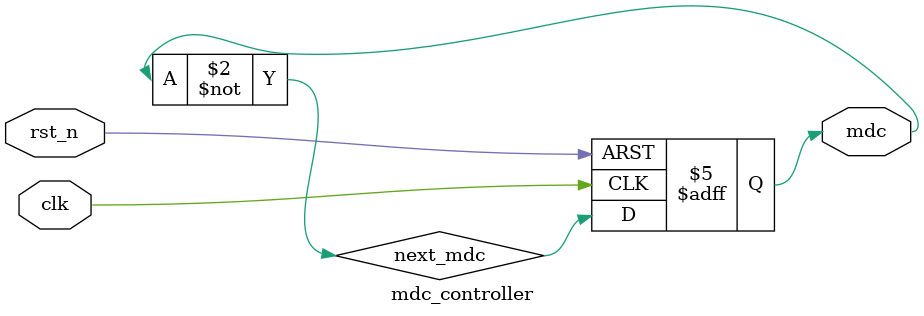
<source format=sv>
module ethernet_phy_codec (
    input wire clk, rst_n,
    input wire tx_clk, rx_clk,
    input wire [7:0] tx_data,
    input wire tx_valid, tx_control,
    output wire [7:0] rx_data,
    output wire rx_valid, rx_control, rx_error,
    inout wire mdio,
    output wire mdc,
    inout wire [3:0] td, rd // Differential pairs for TX/RX
);
    // PCS Sublayer state
    localparam IDLE = 3'd0, PREAMBLE = 3'd1, DATA = 3'd2, EOP = 3'd3;
    
    // 内部信号定义
    wire [9:0] encoded_symbol;
    wire [7:0] rx_data_comb;
    wire rx_valid_comb, rx_control_comb, rx_error_comb;
    
    // 内部状态信号
    wire [2:0] tx_state, rx_state;
    
    // 例化TX组合逻辑模块
    tx_encoder tx_encoder_inst (
        .tx_state(tx_state),
        .tx_data(tx_data),
        .tx_valid(tx_valid),
        .encoded_symbol(encoded_symbol)
    );
    
    // 例化TX时序逻辑模块
    tx_state_machine tx_state_machine_inst (
        .tx_clk(tx_clk),
        .rst_n(rst_n),
        .tx_valid(tx_valid),
        .tx_state(tx_state)
    );
    
    // 例化RX时序逻辑模块
    rx_state_machine rx_state_machine_inst (
        .rx_clk(rx_clk),
        .rst_n(rst_n),
        .rx_data_comb(rx_data_comb),
        .rx_valid_comb(rx_valid_comb),
        .rx_control_comb(rx_control_comb),
        .rx_error_comb(rx_error_comb),
        .rx_data(rx_data),
        .rx_valid(rx_valid),
        .rx_control(rx_control),
        .rx_error(rx_error),
        .rx_state(rx_state)
    );
    
    // 例化MDC控制模块
    mdc_controller mdc_controller_inst (
        .clk(clk),
        .rst_n(rst_n),
        .mdc(mdc)
    );
    
    // TD信号驱动 - 简化并行赋值
    assign td = encoded_symbol[3:0];
    
endmodule

// TX编码器 - 组合逻辑模块
module tx_encoder (
    input wire [2:0] tx_state,
    input wire [7:0] tx_data,
    input wire tx_valid,
    output reg [9:0] encoded_symbol
);
    // 状态参数
    localparam IDLE = 3'd0, PREAMBLE = 3'd1, DATA = 3'd2, EOP = 3'd3;
    
    // 优化常量表达式，减少逻辑深度
    // 使用并行逻辑而非嵌套结构
    always @(*) begin
        // 预先计算每个状态的输出值
        encoded_symbol = 10'b0101010101; // Default Idle pattern
        
        if (tx_state == PREAMBLE) begin
            encoded_symbol = 10'b1010101010; // Preamble pattern
        end else if (tx_state == DATA) begin
            encoded_symbol = {2'b01, tx_data}; // 简化的8B/10B编码
        end else if (tx_state == EOP) begin
            encoded_symbol = 10'b1111100000; // End pattern
        end
    end
endmodule

// TX状态机 - 时序逻辑模块
module tx_state_machine (
    input wire tx_clk, rst_n,
    input wire tx_valid,
    output reg [2:0] tx_state
);
    // 状态参数
    localparam IDLE = 3'd0, PREAMBLE = 3'd1, DATA = 3'd2, EOP = 3'd3;
    
    // 下一状态逻辑，分离组合逻辑和时序逻辑
    reg [2:0] next_state;
    
    // 组合逻辑部分 - 计算下一个状态
    always @(*) begin
        next_state = tx_state; // 默认保持当前状态
        
        case (tx_state)
            IDLE:    next_state = tx_valid ? PREAMBLE : IDLE;
            PREAMBLE: next_state = DATA;
            DATA:    next_state = tx_valid ? DATA : EOP;
            EOP:     next_state = IDLE;
            default: next_state = IDLE;
        endcase
    end
    
    // 时序逻辑部分 - 状态更新
    always @(posedge tx_clk or negedge rst_n) begin
        if (!rst_n) begin
            tx_state <= IDLE;
        end else begin
            tx_state <= next_state;
        end
    end
endmodule

// RX状态机 - 时序逻辑模块
module rx_state_machine (
    input wire rx_clk, rst_n,
    input wire [7:0] rx_data_comb,
    input wire rx_valid_comb, rx_control_comb, rx_error_comb,
    output reg [7:0] rx_data,
    output reg rx_valid, rx_control, rx_error,
    output reg [2:0] rx_state
);
    // 状态参数
    localparam IDLE = 3'd0, PREAMBLE = 3'd1, DATA = 3'd2, EOP = 3'd3;
    
    // 下一状态和输出寄存器
    reg [2:0] next_state;
    reg [7:0] next_rx_data;
    reg next_rx_valid, next_rx_control, next_rx_error;
    
    // 组合逻辑部分 - 计算下一个状态和输出
    always @(*) begin
        // 默认保持当前值
        next_state = rx_state;
        next_rx_data = rx_data;
        next_rx_valid = rx_valid;
        next_rx_control = rx_control;
        next_rx_error = rx_error;
        
        // 简化实现，因为原代码中RX部分未完全实现
        // 在实际应用中，这里会根据rx_state和输入信号更新状态和输出
    end
    
    // 时序逻辑部分 - 状态和输出更新
    always @(posedge rx_clk or negedge rst_n) begin
        if (!rst_n) begin
            rx_state <= IDLE;
            rx_data <= 8'h00;
            rx_valid <= 1'b0;
            rx_control <= 1'b0;
            rx_error <= 1'b0;
        end else begin
            rx_state <= next_state;
            rx_data <= next_rx_data;
            rx_valid <= next_rx_valid;
            rx_control <= next_rx_control;
            rx_error <= next_rx_error;
        end
    end
endmodule

// MDC控制器 - 时序逻辑模块
module mdc_controller (
    input wire clk, rst_n,
    output reg mdc
);
    // 使用寄存器保存当前状态，分离组合逻辑和时序逻辑
    reg next_mdc;
    
    // 组合逻辑部分
    always @(*) begin
        next_mdc = ~mdc;  // 简单的分频器
    end
    
    // 时序逻辑部分
    always @(posedge clk or negedge rst_n) begin
        if (!rst_n) begin
            mdc <= 1'b0;
        end else begin
            mdc <= next_mdc;
        end
    end
endmodule
</source>
